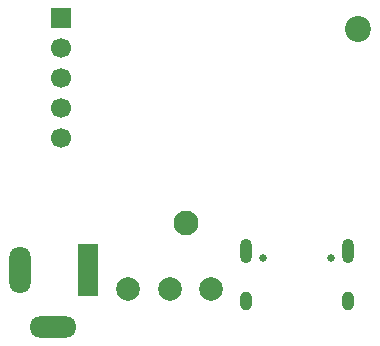
<source format=gbs>
G04 #@! TF.GenerationSoftware,KiCad,Pcbnew,7.0.2-0*
G04 #@! TF.CreationDate,2023-04-23T22:33:32-05:00*
G04 #@! TF.ProjectId,spud_glo_mini,73707564-5f67-46c6-9f5f-6d696e692e6b,rev?*
G04 #@! TF.SameCoordinates,Original*
G04 #@! TF.FileFunction,Soldermask,Bot*
G04 #@! TF.FilePolarity,Negative*
%FSLAX46Y46*%
G04 Gerber Fmt 4.6, Leading zero omitted, Abs format (unit mm)*
G04 Created by KiCad (PCBNEW 7.0.2-0) date 2023-04-23 22:33:32*
%MOMM*%
%LPD*%
G01*
G04 APERTURE LIST*
%ADD10R,1.700000X1.700000*%
%ADD11C,1.700000*%
%ADD12C,2.100000*%
%ADD13R,1.800000X4.400000*%
%ADD14O,1.800000X4.000000*%
%ADD15O,4.000000X1.800000*%
%ADD16C,0.650000*%
%ADD17O,1.000000X2.100000*%
%ADD18O,1.000000X1.600000*%
%ADD19C,2.000000*%
%ADD20C,2.200000*%
G04 APERTURE END LIST*
D10*
X151480000Y-101930000D03*
D11*
X151480000Y-104470000D03*
X151480000Y-107010000D03*
X151480000Y-109550000D03*
X151480000Y-112090000D03*
D12*
X162020000Y-119250000D03*
D13*
X153750000Y-123270000D03*
D14*
X147950000Y-123270000D03*
D15*
X150750000Y-128070000D03*
D16*
X168560000Y-122175000D03*
X174340000Y-122175000D03*
D17*
X167130000Y-121645000D03*
D18*
X167130000Y-125825000D03*
D17*
X175770000Y-121645000D03*
D18*
X175770000Y-125825000D03*
D19*
X157140000Y-124830000D03*
X160640000Y-124830000D03*
X164140000Y-124830000D03*
D20*
X176580000Y-102850000D03*
M02*

</source>
